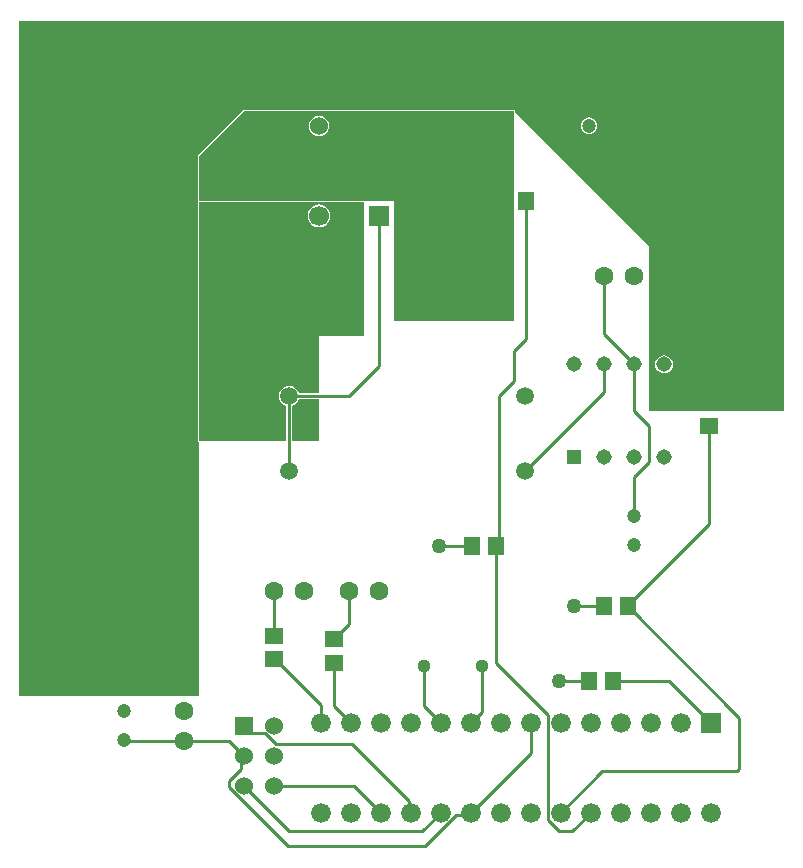
<source format=gtl>
G04*
G04 #@! TF.GenerationSoftware,Altium Limited,Altium Designer,19.1.7 (138)*
G04*
G04 Layer_Physical_Order=1*
G04 Layer_Color=255*
%FSLAX25Y25*%
%MOIN*%
G70*
G01*
G75*
%ADD12C,0.01000*%
%ADD16R,0.05512X0.05906*%
%ADD17R,0.05906X0.05512*%
%ADD38C,0.06299*%
%ADD39R,0.06299X0.06299*%
%ADD40R,0.06299X0.06299*%
%ADD41C,0.04724*%
%ADD42R,0.06693X0.06693*%
%ADD43C,0.06693*%
%ADD44C,0.05906*%
%ADD45C,0.06299*%
%ADD46C,0.08661*%
%ADD47C,0.04449*%
%ADD48R,0.04724X0.04724*%
%ADD49C,0.05150*%
%ADD50R,0.05150X0.05150*%
%ADD51R,0.06000X0.06000*%
%ADD52C,0.06000*%
%ADD53C,0.05000*%
%ADD54C,0.06600*%
%ADD55R,0.06600X0.06600*%
G36*
X165000Y180000D02*
X125000D01*
Y220000D01*
X60000D01*
Y235000D01*
X75000Y250000D01*
X165000D01*
Y180000D01*
D02*
G37*
G36*
X115000Y175000D02*
X100000D01*
Y155918D01*
X93249D01*
X92929Y156691D01*
X92391Y157391D01*
X91691Y157929D01*
X90875Y158266D01*
X90000Y158382D01*
X89125Y158266D01*
X88309Y157929D01*
X87609Y157391D01*
X87071Y156691D01*
X86734Y155875D01*
X86618Y155000D01*
X86734Y154125D01*
X87071Y153309D01*
X87609Y152609D01*
X88309Y152071D01*
X89082Y151751D01*
Y140000D01*
X60000D01*
Y219567D01*
X115000D01*
Y175000D01*
D02*
G37*
G36*
X255000Y150000D02*
X210000D01*
Y205000D01*
X165433Y249567D01*
Y250000D01*
X165306Y250306D01*
X165000Y250433D01*
X75000D01*
X74694Y250306D01*
X59694Y235306D01*
X59567Y235000D01*
Y220000D01*
X59657Y219783D01*
X59567Y219567D01*
Y140000D01*
X59694Y139694D01*
X60000Y139567D01*
Y55000D01*
X0D01*
Y280000D01*
X255000D01*
Y150000D01*
D02*
G37*
G36*
X100000Y140000D02*
X90918D01*
Y151751D01*
X91691Y152071D01*
X92391Y152609D01*
X92929Y153309D01*
X93249Y154082D01*
X100000D01*
Y140000D01*
D02*
G37*
%LPC*%
G36*
Y248429D02*
X99112Y248312D01*
X98285Y247970D01*
X97575Y247425D01*
X97030Y246715D01*
X96688Y245888D01*
X96571Y245000D01*
X96688Y244112D01*
X97030Y243285D01*
X97575Y242575D01*
X98285Y242030D01*
X99112Y241687D01*
X100000Y241571D01*
X100888Y241687D01*
X101715Y242030D01*
X102425Y242575D01*
X102970Y243285D01*
X103313Y244112D01*
X103429Y245000D01*
X103313Y245888D01*
X102970Y246715D01*
X102425Y247425D01*
X101715Y247970D01*
X100888Y248312D01*
X100000Y248429D01*
D02*
G37*
G36*
Y218779D02*
X99022Y218650D01*
X98111Y218272D01*
X97328Y217672D01*
X96728Y216889D01*
X96350Y215978D01*
X96221Y215000D01*
X96350Y214022D01*
X96728Y213111D01*
X97328Y212328D01*
X98111Y211727D01*
X99022Y211350D01*
X100000Y211221D01*
X100978Y211350D01*
X101889Y211727D01*
X102672Y212328D01*
X103272Y213111D01*
X103650Y214022D01*
X103779Y215000D01*
X103650Y215978D01*
X103272Y216889D01*
X102672Y217672D01*
X101889Y218272D01*
X100978Y218650D01*
X100000Y218779D01*
D02*
G37*
G36*
X190000Y247786D02*
X189279Y247691D01*
X188607Y247413D01*
X188030Y246970D01*
X187587Y246393D01*
X187309Y245721D01*
X187214Y245000D01*
X187309Y244279D01*
X187587Y243607D01*
X188030Y243030D01*
X188607Y242587D01*
X189279Y242309D01*
X190000Y242214D01*
X190721Y242309D01*
X191393Y242587D01*
X191970Y243030D01*
X192413Y243607D01*
X192691Y244279D01*
X192786Y245000D01*
X192691Y245721D01*
X192413Y246393D01*
X191970Y246970D01*
X191393Y247413D01*
X190721Y247691D01*
X190000Y247786D01*
D02*
G37*
G36*
X215000Y168493D02*
X214223Y168390D01*
X213500Y168091D01*
X212878Y167614D01*
X212402Y166992D01*
X212102Y166269D01*
X212000Y165492D01*
X212102Y164716D01*
X212402Y163992D01*
X212878Y163371D01*
X213500Y162894D01*
X214223Y162594D01*
X215000Y162492D01*
X215777Y162594D01*
X216500Y162894D01*
X217122Y163371D01*
X217599Y163992D01*
X217898Y164716D01*
X218001Y165492D01*
X217898Y166269D01*
X217599Y166992D01*
X217122Y167614D01*
X216500Y168091D01*
X215777Y168390D01*
X215000Y168493D01*
D02*
G37*
%LPD*%
D12*
X70000Y40000D02*
X75000Y35000D01*
X55000Y40000D02*
X70000D01*
X35000Y40157D02*
X35157Y40000D01*
X55000D01*
X195000Y175492D02*
X205000Y165492D01*
X195000Y175492D02*
Y195000D01*
X140000Y105000D02*
X151063D01*
X185000Y85000D02*
X195000D01*
X168740Y130000D02*
X195000Y156260D01*
X180000Y60000D02*
X190000D01*
X216563D02*
X230500Y46063D01*
X197874Y60000D02*
X216563D01*
X150500Y46063D02*
X154213Y49776D01*
Y65000D01*
X135000Y51563D02*
X140500Y46063D01*
X135000Y51563D02*
Y65000D01*
X105000Y51563D02*
X110500Y46063D01*
X105000Y51563D02*
Y66063D01*
X107453Y76390D02*
X110000Y78937D01*
X107453Y76193D02*
Y76390D01*
X105197Y73937D02*
X107453Y76193D01*
X105000Y73937D02*
X105197D01*
X110000Y78937D02*
Y90000D01*
X85000Y75000D02*
Y90000D01*
X100500Y46063D02*
Y51823D01*
X85197Y67126D02*
X100500Y51823D01*
X85000Y67126D02*
X85197D01*
X195000Y156260D02*
Y165492D01*
X205000Y150000D02*
Y165492D01*
Y150000D02*
X210000Y145000D01*
Y133004D02*
Y145000D01*
X205000Y128004D02*
X210000Y133004D01*
X205000Y115000D02*
Y128004D01*
X202874Y85197D02*
X230000Y112323D01*
X202874Y85000D02*
Y85197D01*
X230000Y112323D02*
Y145000D01*
X239414Y30000D02*
X240000Y30586D01*
Y47677D01*
X202874Y84803D02*
X240000Y47677D01*
X202874Y84803D02*
Y85000D01*
X194437Y30000D02*
X239414D01*
X180500Y16063D02*
X194437Y30000D01*
X180000Y10000D02*
X184437D01*
X190500Y16063D01*
X176300Y13700D02*
X180000Y10000D01*
X176300Y13700D02*
Y48700D01*
X158937Y66063D02*
X176300Y48700D01*
X158937Y66063D02*
Y105000D01*
X150500Y16063D02*
X170500Y36063D01*
Y46063D01*
X160000Y106063D02*
Y155000D01*
X158937Y105000D02*
X160000Y106063D01*
Y155000D02*
X165000Y160000D01*
Y170000D01*
X168937Y173937D01*
Y220000D01*
X90000Y130000D02*
Y155000D01*
X110000D01*
X120000Y165000D01*
Y215000D01*
X130000Y16563D02*
Y20000D01*
X111100Y38900D02*
X130000Y20000D01*
Y16563D02*
X130500Y16063D01*
X85585Y38900D02*
X111100D01*
X53306Y38032D02*
X55946D01*
X74043Y34043D02*
X75000Y35000D01*
X89485Y5000D02*
X135377D01*
X70000Y24485D02*
X89485Y5000D01*
X70000Y24485D02*
Y26647D01*
X74043Y30690D01*
Y34043D01*
X90000Y10000D02*
X134437D01*
X75000Y25000D02*
X90000Y10000D01*
X111563Y25000D02*
X120500Y16063D01*
X85000Y25000D02*
X111563D01*
X81985Y42500D02*
X85585Y38900D01*
X77500Y42500D02*
X81985D01*
X75000Y45000D02*
X77500Y42500D01*
X135377Y5000D02*
X145700Y15323D01*
X149760D01*
X150500Y16063D01*
X134437Y10000D02*
X140500Y16063D01*
D16*
X158937Y105000D02*
D03*
X151063D02*
D03*
X161063Y220000D02*
D03*
X168937D02*
D03*
X197874Y60000D02*
D03*
X190000D02*
D03*
X195000Y85000D02*
D03*
X202874D02*
D03*
D17*
X105000Y73937D02*
D03*
Y66063D02*
D03*
X85000Y75000D02*
D03*
Y67126D02*
D03*
X230000Y152874D02*
D03*
Y145000D02*
D03*
D38*
X55000Y40000D02*
D03*
Y50000D02*
D03*
X195000Y195000D02*
D03*
X205000D02*
D03*
D39*
X55000Y60000D02*
D03*
D40*
X215000Y195000D02*
D03*
D41*
X35000Y50000D02*
D03*
Y40157D02*
D03*
X205000Y105157D02*
D03*
Y115000D02*
D03*
X190000Y245000D02*
D03*
X35000Y235000D02*
D03*
D42*
X120000Y215000D02*
D03*
D43*
X110000D02*
D03*
X100000D02*
D03*
D44*
X90000Y155000D02*
D03*
X168740D02*
D03*
Y130000D02*
D03*
X90000D02*
D03*
D45*
X120000Y90000D02*
D03*
X110000D02*
D03*
X95000D02*
D03*
X85000D02*
D03*
D46*
Y190000D02*
D03*
X144055D02*
D03*
D47*
X135000Y65000D02*
D03*
X154213D02*
D03*
D48*
X220000Y245000D02*
D03*
X65000Y235000D02*
D03*
D49*
X195000Y165492D02*
D03*
X205000D02*
D03*
X185000D02*
D03*
X215000D02*
D03*
Y134508D02*
D03*
X195000D02*
D03*
X205000D02*
D03*
D50*
X185000D02*
D03*
D51*
X100000Y255000D02*
D03*
X115000Y245000D02*
D03*
X75000Y45000D02*
D03*
D52*
X100000Y245000D02*
D03*
X115000Y255000D02*
D03*
X75000Y35000D02*
D03*
Y25000D02*
D03*
X85000D02*
D03*
Y35000D02*
D03*
Y45000D02*
D03*
D53*
X70000Y150000D02*
D03*
X20000D02*
D03*
X140000Y105000D02*
D03*
X185000Y85000D02*
D03*
X180000Y60000D02*
D03*
D54*
X230500Y16063D02*
D03*
X220500D02*
D03*
X210500D02*
D03*
X200500D02*
D03*
X190500D02*
D03*
X180500D02*
D03*
X170500D02*
D03*
X160500D02*
D03*
X150500D02*
D03*
X140500D02*
D03*
X130500D02*
D03*
X120500D02*
D03*
X110500D02*
D03*
X100500D02*
D03*
Y46063D02*
D03*
X110500D02*
D03*
X120500D02*
D03*
X130500D02*
D03*
X140500D02*
D03*
X150500D02*
D03*
X160500D02*
D03*
X170500D02*
D03*
X180500D02*
D03*
X190500D02*
D03*
X200500D02*
D03*
X210500D02*
D03*
X220500D02*
D03*
D55*
X230500D02*
D03*
M02*

</source>
